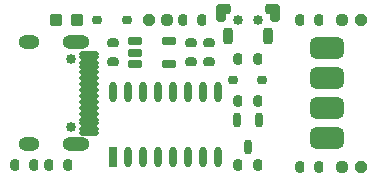
<source format=gts>
G04*
G04 #@! TF.GenerationSoftware,Altium Limited,Altium Designer,22.3.1 (43)*
G04*
G04 Layer_Color=8388736*
%FSLAX25Y25*%
%MOIN*%
G70*
G04*
G04 #@! TF.SameCoordinates,053DD5C4-2321-4C6E-A5A1-E9A81C9A727C*
G04*
G04*
G04 #@! TF.FilePolarity,Negative*
G04*
G01*
G75*
%ADD36R,0.02769X0.06706*%
%ADD37O,0.02769X0.06706*%
G04:AMPARAMS|DCode=38|XSize=25.72mil|YSize=47.37mil|CornerRadius=8.43mil|HoleSize=0mil|Usage=FLASHONLY|Rotation=90.000|XOffset=0mil|YOffset=0mil|HoleType=Round|Shape=RoundedRectangle|*
%AMROUNDEDRECTD38*
21,1,0.02572,0.03051,0,0,90.0*
21,1,0.00886,0.04737,0,0,90.0*
1,1,0.01686,0.01526,0.00443*
1,1,0.01686,0.01526,-0.00443*
1,1,0.01686,-0.01526,-0.00443*
1,1,0.01686,-0.01526,0.00443*
%
%ADD38ROUNDEDRECTD38*%
G04:AMPARAMS|DCode=39|XSize=43mil|YSize=43mil|CornerRadius=12.75mil|HoleSize=0mil|Usage=FLASHONLY|Rotation=180.000|XOffset=0mil|YOffset=0mil|HoleType=Round|Shape=RoundedRectangle|*
%AMROUNDEDRECTD39*
21,1,0.04300,0.01750,0,0,180.0*
21,1,0.01750,0.04300,0,0,180.0*
1,1,0.02550,-0.00875,0.00875*
1,1,0.02550,0.00875,0.00875*
1,1,0.02550,0.00875,-0.00875*
1,1,0.02550,-0.00875,-0.00875*
%
%ADD39ROUNDEDRECTD39*%
G04:AMPARAMS|DCode=40|XSize=38mil|YSize=30mil|CornerRadius=9.5mil|HoleSize=0mil|Usage=FLASHONLY|Rotation=90.000|XOffset=0mil|YOffset=0mil|HoleType=Round|Shape=RoundedRectangle|*
%AMROUNDEDRECTD40*
21,1,0.03800,0.01100,0,0,90.0*
21,1,0.01900,0.03000,0,0,90.0*
1,1,0.01900,0.00550,0.00950*
1,1,0.01900,0.00550,-0.00950*
1,1,0.01900,-0.00550,-0.00950*
1,1,0.01900,-0.00550,0.00950*
%
%ADD40ROUNDEDRECTD40*%
G04:AMPARAMS|DCode=41|XSize=33.59mil|YSize=59.18mil|CornerRadius=10.4mil|HoleSize=0mil|Usage=FLASHONLY|Rotation=180.000|XOffset=0mil|YOffset=0mil|HoleType=Round|Shape=RoundedRectangle|*
%AMROUNDEDRECTD41*
21,1,0.03359,0.03839,0,0,180.0*
21,1,0.01280,0.05918,0,0,180.0*
1,1,0.02080,-0.00640,0.01919*
1,1,0.02080,0.00640,0.01919*
1,1,0.02080,0.00640,-0.01919*
1,1,0.02080,-0.00640,-0.01919*
%
%ADD41ROUNDEDRECTD41*%
G04:AMPARAMS|DCode=42|XSize=23.75mil|YSize=33.59mil|CornerRadius=7.94mil|HoleSize=0mil|Usage=FLASHONLY|Rotation=180.000|XOffset=0mil|YOffset=0mil|HoleType=Round|Shape=RoundedRectangle|*
%AMROUNDEDRECTD42*
21,1,0.02375,0.01772,0,0,180.0*
21,1,0.00787,0.03359,0,0,180.0*
1,1,0.01587,-0.00394,0.00886*
1,1,0.01587,0.00394,0.00886*
1,1,0.01587,0.00394,-0.00886*
1,1,0.01587,-0.00394,-0.00886*
%
%ADD42ROUNDEDRECTD42*%
G04:AMPARAMS|DCode=43|XSize=31.62mil|YSize=55.24mil|CornerRadius=9.91mil|HoleSize=0mil|Usage=FLASHONLY|Rotation=180.000|XOffset=0mil|YOffset=0mil|HoleType=Round|Shape=RoundedRectangle|*
%AMROUNDEDRECTD43*
21,1,0.03162,0.03543,0,0,180.0*
21,1,0.01181,0.05524,0,0,180.0*
1,1,0.01981,-0.00591,0.01772*
1,1,0.01981,0.00591,0.01772*
1,1,0.01981,0.00591,-0.01772*
1,1,0.01981,-0.00591,-0.01772*
%
%ADD43ROUNDEDRECTD43*%
G04:AMPARAMS|DCode=44|XSize=27.69mil|YSize=31.62mil|CornerRadius=8.92mil|HoleSize=0mil|Usage=FLASHONLY|Rotation=90.000|XOffset=0mil|YOffset=0mil|HoleType=Round|Shape=RoundedRectangle|*
%AMROUNDEDRECTD44*
21,1,0.02769,0.01378,0,0,90.0*
21,1,0.00984,0.03162,0,0,90.0*
1,1,0.01784,0.00689,0.00492*
1,1,0.01784,0.00689,-0.00492*
1,1,0.01784,-0.00689,-0.00492*
1,1,0.01784,-0.00689,0.00492*
%
%ADD44ROUNDEDRECTD44*%
G04:AMPARAMS|DCode=45|XSize=38mil|YSize=30mil|CornerRadius=9.5mil|HoleSize=0mil|Usage=FLASHONLY|Rotation=180.000|XOffset=0mil|YOffset=0mil|HoleType=Round|Shape=RoundedRectangle|*
%AMROUNDEDRECTD45*
21,1,0.03800,0.01100,0,0,180.0*
21,1,0.01900,0.03000,0,0,180.0*
1,1,0.01900,-0.00950,0.00550*
1,1,0.01900,0.00950,0.00550*
1,1,0.01900,0.00950,-0.00550*
1,1,0.01900,-0.00950,-0.00550*
%
%ADD45ROUNDEDRECTD45*%
G04:AMPARAMS|DCode=46|XSize=70.99mil|YSize=114.3mil|CornerRadius=19.75mil|HoleSize=0mil|Usage=FLASHONLY|Rotation=270.000|XOffset=0mil|YOffset=0mil|HoleType=Round|Shape=RoundedRectangle|*
%AMROUNDEDRECTD46*
21,1,0.07099,0.07480,0,0,270.0*
21,1,0.03150,0.11430,0,0,270.0*
1,1,0.03950,-0.03740,-0.01575*
1,1,0.03950,-0.03740,0.01575*
1,1,0.03950,0.03740,0.01575*
1,1,0.03950,0.03740,-0.01575*
%
%ADD46ROUNDEDRECTD46*%
G04:AMPARAMS|DCode=47|XSize=25.72mil|YSize=47.37mil|CornerRadius=8.43mil|HoleSize=0mil|Usage=FLASHONLY|Rotation=0.000|XOffset=0mil|YOffset=0mil|HoleType=Round|Shape=RoundedRectangle|*
%AMROUNDEDRECTD47*
21,1,0.02572,0.03051,0,0,0.0*
21,1,0.00886,0.04737,0,0,0.0*
1,1,0.01686,0.00443,-0.01526*
1,1,0.01686,-0.00443,-0.01526*
1,1,0.01686,-0.00443,0.01526*
1,1,0.01686,0.00443,0.01526*
%
%ADD47ROUNDEDRECTD47*%
G04:AMPARAMS|DCode=48|XSize=67.06mil|YSize=19.81mil|CornerRadius=6.95mil|HoleSize=0mil|Usage=FLASHONLY|Rotation=0.000|XOffset=0mil|YOffset=0mil|HoleType=Round|Shape=RoundedRectangle|*
%AMROUNDEDRECTD48*
21,1,0.06706,0.00591,0,0,0.0*
21,1,0.05315,0.01981,0,0,0.0*
1,1,0.01391,0.02657,-0.00295*
1,1,0.01391,-0.02657,-0.00295*
1,1,0.01391,-0.02657,0.00295*
1,1,0.01391,0.02657,0.00295*
%
%ADD48ROUNDEDRECTD48*%
%ADD49P,0.04113X8X22.5*%
G04:AMPARAMS|DCode=50|XSize=38mil|YSize=38mil|CornerRadius=11.5mil|HoleSize=0mil|Usage=FLASHONLY|Rotation=0.000|XOffset=0mil|YOffset=0mil|HoleType=Round|Shape=RoundedRectangle|*
%AMROUNDEDRECTD50*
21,1,0.03800,0.01500,0,0,0.0*
21,1,0.01500,0.03800,0,0,0.0*
1,1,0.02300,0.00750,-0.00750*
1,1,0.02300,-0.00750,-0.00750*
1,1,0.02300,-0.00750,0.00750*
1,1,0.02300,0.00750,0.00750*
%
%ADD50ROUNDEDRECTD50*%
%ADD51C,0.03359*%
%ADD52O,0.07099X0.04737*%
%ADD53O,0.09068X0.04737*%
D36*
X38500Y8665D02*
D03*
D37*
X43500D02*
D03*
X48500D02*
D03*
X53500D02*
D03*
X58500D02*
D03*
X63500D02*
D03*
X68500D02*
D03*
X73500D02*
D03*
X38500Y30335D02*
D03*
X43500D02*
D03*
X48500D02*
D03*
X53500D02*
D03*
X58500D02*
D03*
X63500D02*
D03*
X68500D02*
D03*
X73500D02*
D03*
D38*
X57012Y39760D02*
D03*
Y47240D02*
D03*
X45988Y43500D02*
D03*
Y47240D02*
D03*
Y39760D02*
D03*
D39*
X26500Y54500D02*
D03*
X19500D02*
D03*
D40*
X5800Y6000D02*
D03*
X12200D02*
D03*
X23417D02*
D03*
X17017D02*
D03*
X61800Y54500D02*
D03*
X68200D02*
D03*
X107200Y5500D02*
D03*
X100800D02*
D03*
X107200Y54500D02*
D03*
X100800D02*
D03*
X86700Y6000D02*
D03*
X80300D02*
D03*
X86700Y41500D02*
D03*
X80300D02*
D03*
X86700Y27500D02*
D03*
X80300D02*
D03*
D41*
X74347Y56699D02*
D03*
X92654D02*
D03*
D42*
X76413Y57978D02*
D03*
X90587D02*
D03*
D43*
X76807Y49022D02*
D03*
X90193D02*
D03*
D44*
X33200Y54500D02*
D03*
X43100D02*
D03*
X78400Y34500D02*
D03*
X88300D02*
D03*
D45*
X38500Y40300D02*
D03*
Y46700D02*
D03*
X64500Y40300D02*
D03*
Y46700D02*
D03*
X70500Y40300D02*
D03*
Y46700D02*
D03*
D46*
X110000Y45000D02*
D03*
Y35000D02*
D03*
Y25000D02*
D03*
Y15000D02*
D03*
D47*
X87240Y21000D02*
D03*
X79760D02*
D03*
X83500Y12071D02*
D03*
D48*
X30421Y16811D02*
D03*
Y17992D02*
D03*
Y19961D02*
D03*
Y21142D02*
D03*
Y23110D02*
D03*
Y25079D02*
D03*
Y27047D02*
D03*
Y29016D02*
D03*
Y30984D02*
D03*
Y32953D02*
D03*
Y34921D02*
D03*
Y36890D02*
D03*
Y38858D02*
D03*
Y40039D02*
D03*
Y42008D02*
D03*
Y43189D02*
D03*
D49*
X121059Y54500D02*
D03*
X50441Y54500D02*
D03*
X121059Y5500D02*
D03*
D50*
X114941Y54500D02*
D03*
X56559Y54500D02*
D03*
X114941Y5500D02*
D03*
D51*
X80154Y54533D02*
D03*
X86847D02*
D03*
X24358Y41378D02*
D03*
Y18622D02*
D03*
D52*
X10579Y12972D02*
D03*
Y47028D02*
D03*
D53*
X26327Y12972D02*
D03*
Y47028D02*
D03*
M02*

</source>
